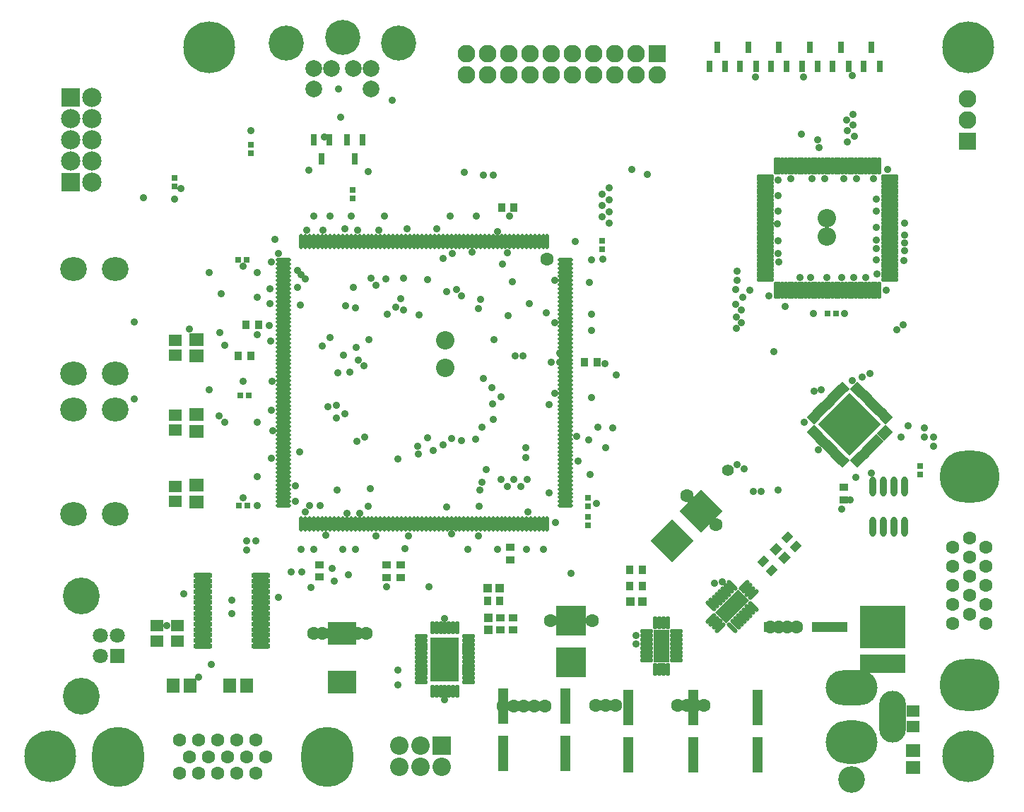
<source format=gts>
%FSAX24Y24*%
%MOIN*%
G70*
G01*
G75*
G04 Layer_Color=8388736*
%ADD10C,0.0080*%
%ADD11C,0.0079*%
%ADD12R,0.0591X0.0551*%
%ADD13R,0.0551X0.0591*%
%ADD14O,0.0236X0.0866*%
%ADD15R,0.0394X0.1575*%
%ADD16R,0.1575X0.0394*%
%ADD17R,0.1299X0.0984*%
G04:AMPARAMS|DCode=18|XSize=8.7mil|YSize=74.8mil|CornerRadius=2.2mil|HoleSize=0mil|Usage=FLASHONLY|Rotation=90.000|XOffset=0mil|YOffset=0mil|HoleType=Round|Shape=RoundedRectangle|*
%AMROUNDEDRECTD18*
21,1,0.0087,0.0705,0,0,90.0*
21,1,0.0043,0.0748,0,0,90.0*
1,1,0.0043,0.0352,0.0022*
1,1,0.0043,0.0352,-0.0022*
1,1,0.0043,-0.0352,-0.0022*
1,1,0.0043,-0.0352,0.0022*
%
%ADD18ROUNDEDRECTD18*%
G04:AMPARAMS|DCode=19|XSize=8.7mil|YSize=74.8mil|CornerRadius=2.2mil|HoleSize=0mil|Usage=FLASHONLY|Rotation=180.000|XOffset=0mil|YOffset=0mil|HoleType=Round|Shape=RoundedRectangle|*
%AMROUNDEDRECTD19*
21,1,0.0087,0.0705,0,0,180.0*
21,1,0.0043,0.0748,0,0,180.0*
1,1,0.0043,-0.0022,0.0352*
1,1,0.0043,0.0022,0.0352*
1,1,0.0043,0.0022,-0.0352*
1,1,0.0043,-0.0022,-0.0352*
%
%ADD19ROUNDEDRECTD19*%
G04:AMPARAMS|DCode=20|XSize=133.9mil|YSize=135.8mil|CornerRadius=0mil|HoleSize=0mil|Usage=FLASHONLY|Rotation=135.000|XOffset=0mil|YOffset=0mil|HoleType=Round|Shape=Rectangle|*
%AMROTATEDRECTD20*
4,1,4,0.0953,0.0007,-0.0007,-0.0953,-0.0953,-0.0007,0.0007,0.0953,0.0953,0.0007,0.0*
%
%ADD20ROTATEDRECTD20*%

%ADD21R,0.1339X0.1358*%
%ADD22R,0.2047X0.0827*%
%ADD23R,0.2047X0.1969*%
G04:AMPARAMS|DCode=24|XSize=11.8mil|YSize=65mil|CornerRadius=3mil|HoleSize=0mil|Usage=FLASHONLY|Rotation=90.000|XOffset=0mil|YOffset=0mil|HoleType=Round|Shape=RoundedRectangle|*
%AMROUNDEDRECTD24*
21,1,0.0118,0.0591,0,0,90.0*
21,1,0.0059,0.0650,0,0,90.0*
1,1,0.0059,0.0295,0.0030*
1,1,0.0059,0.0295,-0.0030*
1,1,0.0059,-0.0295,-0.0030*
1,1,0.0059,-0.0295,0.0030*
%
%ADD24ROUNDEDRECTD24*%
G04:AMPARAMS|DCode=25|XSize=11.8mil|YSize=65mil|CornerRadius=3mil|HoleSize=0mil|Usage=FLASHONLY|Rotation=0.000|XOffset=0mil|YOffset=0mil|HoleType=Round|Shape=RoundedRectangle|*
%AMROUNDEDRECTD25*
21,1,0.0118,0.0591,0,0,0.0*
21,1,0.0059,0.0650,0,0,0.0*
1,1,0.0059,0.0030,-0.0295*
1,1,0.0059,-0.0030,-0.0295*
1,1,0.0059,-0.0030,0.0295*
1,1,0.0059,0.0030,0.0295*
%
%ADD25ROUNDEDRECTD25*%
%ADD26O,0.0827X0.0177*%
%ADD27R,0.1240X0.2028*%
%ADD28O,0.0118X0.0551*%
%ADD29O,0.0551X0.0118*%
G04:AMPARAMS|DCode=30|XSize=65mil|YSize=143.7mil|CornerRadius=0mil|HoleSize=0mil|Usage=FLASHONLY|Rotation=315.000|XOffset=0mil|YOffset=0mil|HoleType=Round|Shape=Rectangle|*
%AMROTATEDRECTD30*
4,1,4,-0.0738,-0.0278,0.0278,0.0738,0.0738,0.0278,-0.0278,-0.0738,-0.0738,-0.0278,0.0*
%
%ADD30ROTATEDRECTD30*%

G04:AMPARAMS|DCode=31|XSize=11.8mil|YSize=55.1mil|CornerRadius=0mil|HoleSize=0mil|Usage=FLASHONLY|Rotation=315.000|XOffset=0mil|YOffset=0mil|HoleType=Round|Shape=Round|*
%AMOVALD31*
21,1,0.0433,0.0118,0.0000,0.0000,45.0*
1,1,0.0118,-0.0153,-0.0153*
1,1,0.0118,0.0153,0.0153*
%
%ADD31OVALD31*%

G04:AMPARAMS|DCode=32|XSize=11.8mil|YSize=55.1mil|CornerRadius=0mil|HoleSize=0mil|Usage=FLASHONLY|Rotation=45.000|XOffset=0mil|YOffset=0mil|HoleType=Round|Shape=Round|*
%AMOVALD32*
21,1,0.0433,0.0118,0.0000,0.0000,135.0*
1,1,0.0118,0.0153,-0.0153*
1,1,0.0118,-0.0153,0.0153*
%
%ADD32OVALD32*%

%ADD33R,0.0650X0.1437*%
%ADD34R,0.0197X0.0236*%
%ADD35R,0.0236X0.0197*%
%ADD36R,0.0354X0.0276*%
%ADD37R,0.0276X0.0354*%
%ADD38R,0.0354X0.0315*%
%ADD39R,0.0315X0.0354*%
G04:AMPARAMS|DCode=40|XSize=35.4mil|YSize=31.5mil|CornerRadius=0mil|HoleSize=0mil|Usage=FLASHONLY|Rotation=225.000|XOffset=0mil|YOffset=0mil|HoleType=Round|Shape=Rectangle|*
%AMROTATEDRECTD40*
4,1,4,0.0014,0.0237,0.0237,0.0014,-0.0014,-0.0237,-0.0237,-0.0014,0.0014,0.0237,0.0*
%
%ADD40ROTATEDRECTD40*%

%ADD41R,0.0551X0.0472*%
G04:AMPARAMS|DCode=42|XSize=35.4mil|YSize=27.6mil|CornerRadius=0mil|HoleSize=0mil|Usage=FLASHONLY|Rotation=45.000|XOffset=0mil|YOffset=0mil|HoleType=Round|Shape=Rectangle|*
%AMROTATEDRECTD42*
4,1,4,-0.0028,-0.0223,-0.0223,-0.0028,0.0028,0.0223,0.0223,0.0028,-0.0028,-0.0223,0.0*
%
%ADD42ROTATEDRECTD42*%

%ADD43P,0.2840X4X270.0*%
G04:AMPARAMS|DCode=44|XSize=11.8mil|YSize=39.4mil|CornerRadius=0mil|HoleSize=0mil|Usage=FLASHONLY|Rotation=225.000|XOffset=0mil|YOffset=0mil|HoleType=Round|Shape=Rectangle|*
%AMROTATEDRECTD44*
4,1,4,-0.0097,0.0181,0.0181,-0.0097,0.0097,-0.0181,-0.0181,0.0097,-0.0097,0.0181,0.0*
%
%ADD44ROTATEDRECTD44*%

G04:AMPARAMS|DCode=45|XSize=11.8mil|YSize=39.4mil|CornerRadius=0mil|HoleSize=0mil|Usage=FLASHONLY|Rotation=315.000|XOffset=0mil|YOffset=0mil|HoleType=Round|Shape=Rectangle|*
%AMROTATEDRECTD45*
4,1,4,-0.0181,-0.0097,0.0097,0.0181,0.0181,0.0097,-0.0097,-0.0181,-0.0181,-0.0097,0.0*
%
%ADD45ROTATEDRECTD45*%

%ADD46R,0.0236X0.0453*%
%ADD47C,0.0118*%
%ADD48C,0.0197*%
%ADD49C,0.0110*%
%ADD50C,0.0315*%
%ADD51C,0.0236*%
%ADD52C,0.0551*%
%ADD53C,0.0157*%
%ADD54C,0.0276*%
%ADD55C,0.0100*%
%ADD56C,0.0709*%
%ADD57C,0.0787*%
%ADD58C,0.0472*%
%ADD59C,0.0512*%
%ADD60C,0.0827*%
%ADD61C,0.0120*%
%ADD62R,0.3858X0.3858*%
%ADD63O,0.2362X0.2756*%
%ADD64C,0.0551*%
%ADD65O,0.2756X0.2362*%
%ADD66O,0.1181X0.1024*%
%ADD67R,0.0827X0.0827*%
%ADD68C,0.0827*%
%ADD69C,0.0709*%
%ADD70C,0.1575*%
%ADD71C,0.1181*%
%ADD72O,0.2362X0.1969*%
%ADD73O,0.2362X0.1575*%
%ADD74O,0.1181X0.2362*%
%ADD75C,0.0748*%
%ADD76R,0.0748X0.0748*%
%ADD77R,0.0748X0.0748*%
%ADD78R,0.0787X0.0787*%
%ADD79C,0.0787*%
%ADD80C,0.2362*%
%ADD81C,0.1654*%
%ADD82C,0.0630*%
%ADD83R,0.0630X0.0630*%
%ADD84C,0.0280*%
%ADD85C,0.0472*%
%ADD86C,0.0079*%
G04:AMPARAMS|DCode=87|XSize=16.5mil|YSize=65mil|CornerRadius=4.1mil|HoleSize=0mil|Usage=FLASHONLY|Rotation=45.000|XOffset=0mil|YOffset=0mil|HoleType=Round|Shape=RoundedRectangle|*
%AMROUNDEDRECTD87*
21,1,0.0165,0.0567,0,0,45.0*
21,1,0.0083,0.0650,0,0,45.0*
1,1,0.0083,0.0230,-0.0171*
1,1,0.0083,0.0171,-0.0230*
1,1,0.0083,-0.0230,0.0171*
1,1,0.0083,-0.0171,0.0230*
%
%ADD87ROUNDEDRECTD87*%
G04:AMPARAMS|DCode=88|XSize=16.5mil|YSize=65mil|CornerRadius=4.1mil|HoleSize=0mil|Usage=FLASHONLY|Rotation=315.000|XOffset=0mil|YOffset=0mil|HoleType=Round|Shape=RoundedRectangle|*
%AMROUNDEDRECTD88*
21,1,0.0165,0.0567,0,0,315.0*
21,1,0.0083,0.0650,0,0,315.0*
1,1,0.0083,-0.0171,-0.0230*
1,1,0.0083,-0.0230,-0.0171*
1,1,0.0083,0.0171,0.0230*
1,1,0.0083,0.0230,0.0171*
%
%ADD88ROUNDEDRECTD88*%
G04:AMPARAMS|DCode=89|XSize=19.7mil|YSize=23.6mil|CornerRadius=0mil|HoleSize=0mil|Usage=FLASHONLY|Rotation=315.000|XOffset=0mil|YOffset=0mil|HoleType=Round|Shape=Rectangle|*
%AMROTATEDRECTD89*
4,1,4,-0.0153,-0.0014,0.0014,0.0153,0.0153,0.0014,-0.0014,-0.0153,-0.0153,-0.0014,0.0*
%
%ADD89ROTATEDRECTD89*%

%ADD90R,0.0433X0.0669*%
G04:AMPARAMS|DCode=91|XSize=66.9mil|YSize=43.3mil|CornerRadius=0mil|HoleSize=0mil|Usage=FLASHONLY|Rotation=225.000|XOffset=0mil|YOffset=0mil|HoleType=Round|Shape=Rectangle|*
%AMROTATEDRECTD91*
4,1,4,0.0084,0.0390,0.0390,0.0084,-0.0084,-0.0390,-0.0390,-0.0084,0.0084,0.0390,0.0*
%
%ADD91ROTATEDRECTD91*%

%ADD92R,0.0669X0.0433*%
G04:AMPARAMS|DCode=93|XSize=66.9mil|YSize=43.3mil|CornerRadius=0mil|HoleSize=0mil|Usage=FLASHONLY|Rotation=135.000|XOffset=0mil|YOffset=0mil|HoleType=Round|Shape=Rectangle|*
%AMROTATEDRECTD93*
4,1,4,0.0390,-0.0084,0.0084,-0.0390,-0.0390,0.0084,-0.0084,0.0390,0.0390,-0.0084,0.0*
%
%ADD93ROTATEDRECTD93*%

%ADD94O,0.0984X0.0295*%
%ADD95R,0.0630X0.0512*%
G04:AMPARAMS|DCode=96|XSize=49.2mil|YSize=33.5mil|CornerRadius=0mil|HoleSize=0mil|Usage=FLASHONLY|Rotation=135.000|XOffset=0mil|YOffset=0mil|HoleType=Round|Shape=Rectangle|*
%AMROTATEDRECTD96*
4,1,4,0.0292,-0.0056,0.0056,-0.0292,-0.0292,0.0056,-0.0056,0.0292,0.0292,-0.0056,0.0*
%
%ADD96ROTATEDRECTD96*%

G04:AMPARAMS|DCode=97|XSize=19.7mil|YSize=23.6mil|CornerRadius=0mil|HoleSize=0mil|Usage=FLASHONLY|Rotation=225.000|XOffset=0mil|YOffset=0mil|HoleType=Round|Shape=Rectangle|*
%AMROTATEDRECTD97*
4,1,4,-0.0014,0.0153,0.0153,-0.0014,0.0014,-0.0153,-0.0153,0.0014,-0.0014,0.0153,0.0*
%
%ADD97ROTATEDRECTD97*%

%ADD98R,0.0433X0.0551*%
%ADD99R,0.0551X0.0433*%
%ADD100R,0.0453X0.0236*%
%ADD101C,0.0394*%
%ADD102C,0.0433*%
%ADD103C,0.0630*%
%ADD104C,0.0984*%
%ADD105C,0.1575*%
%ADD106C,0.1181*%
%ADD107C,0.0098*%
%ADD108C,0.0010*%
%ADD109R,0.0671X0.0631*%
%ADD110R,0.0631X0.0671*%
%ADD111O,0.0316X0.0946*%
%ADD112R,0.0474X0.1655*%
%ADD113R,0.1655X0.0474*%
%ADD114R,0.1379X0.1064*%
G04:AMPARAMS|DCode=115|XSize=16.7mil|YSize=82.8mil|CornerRadius=6.2mil|HoleSize=0mil|Usage=FLASHONLY|Rotation=90.000|XOffset=0mil|YOffset=0mil|HoleType=Round|Shape=RoundedRectangle|*
%AMROUNDEDRECTD115*
21,1,0.0167,0.0705,0,0,90.0*
21,1,0.0043,0.0828,0,0,90.0*
1,1,0.0123,0.0352,0.0022*
1,1,0.0123,0.0352,-0.0022*
1,1,0.0123,-0.0352,-0.0022*
1,1,0.0123,-0.0352,0.0022*
%
%ADD115ROUNDEDRECTD115*%
G04:AMPARAMS|DCode=116|XSize=16.7mil|YSize=82.8mil|CornerRadius=6.2mil|HoleSize=0mil|Usage=FLASHONLY|Rotation=180.000|XOffset=0mil|YOffset=0mil|HoleType=Round|Shape=RoundedRectangle|*
%AMROUNDEDRECTD116*
21,1,0.0167,0.0705,0,0,180.0*
21,1,0.0043,0.0828,0,0,180.0*
1,1,0.0123,-0.0022,0.0352*
1,1,0.0123,0.0022,0.0352*
1,1,0.0123,0.0022,-0.0352*
1,1,0.0123,-0.0022,-0.0352*
%
%ADD116ROUNDEDRECTD116*%
G04:AMPARAMS|DCode=117|XSize=141.9mil|YSize=143.8mil|CornerRadius=0mil|HoleSize=0mil|Usage=FLASHONLY|Rotation=135.000|XOffset=0mil|YOffset=0mil|HoleType=Round|Shape=Rectangle|*
%AMROTATEDRECTD117*
4,1,4,0.1010,0.0007,-0.0007,-0.1010,-0.1010,-0.0007,0.0007,0.1010,0.1010,0.0007,0.0*
%
%ADD117ROTATEDRECTD117*%

%ADD118R,0.1419X0.1438*%
%ADD119R,0.2127X0.0907*%
%ADD120R,0.2127X0.2049*%
G04:AMPARAMS|DCode=121|XSize=19.8mil|YSize=73mil|CornerRadius=7mil|HoleSize=0mil|Usage=FLASHONLY|Rotation=90.000|XOffset=0mil|YOffset=0mil|HoleType=Round|Shape=RoundedRectangle|*
%AMROUNDEDRECTD121*
21,1,0.0198,0.0591,0,0,90.0*
21,1,0.0059,0.0730,0,0,90.0*
1,1,0.0139,0.0295,0.0030*
1,1,0.0139,0.0295,-0.0030*
1,1,0.0139,-0.0295,-0.0030*
1,1,0.0139,-0.0295,0.0030*
%
%ADD121ROUNDEDRECTD121*%
G04:AMPARAMS|DCode=122|XSize=19.8mil|YSize=73mil|CornerRadius=7mil|HoleSize=0mil|Usage=FLASHONLY|Rotation=0.000|XOffset=0mil|YOffset=0mil|HoleType=Round|Shape=RoundedRectangle|*
%AMROUNDEDRECTD122*
21,1,0.0198,0.0591,0,0,0.0*
21,1,0.0059,0.0730,0,0,0.0*
1,1,0.0139,0.0030,-0.0295*
1,1,0.0139,-0.0030,-0.0295*
1,1,0.0139,-0.0030,0.0295*
1,1,0.0139,0.0030,0.0295*
%
%ADD122ROUNDEDRECTD122*%
%ADD123O,0.0907X0.0257*%
%ADD124R,0.1320X0.2108*%
%ADD125O,0.0198X0.0631*%
%ADD126O,0.0631X0.0198*%
G04:AMPARAMS|DCode=127|XSize=73mil|YSize=151.7mil|CornerRadius=0mil|HoleSize=0mil|Usage=FLASHONLY|Rotation=315.000|XOffset=0mil|YOffset=0mil|HoleType=Round|Shape=Rectangle|*
%AMROTATEDRECTD127*
4,1,4,-0.0794,-0.0278,0.0278,0.0794,0.0794,0.0278,-0.0278,-0.0794,-0.0794,-0.0278,0.0*
%
%ADD127ROTATEDRECTD127*%

G04:AMPARAMS|DCode=128|XSize=19.8mil|YSize=63.1mil|CornerRadius=0mil|HoleSize=0mil|Usage=FLASHONLY|Rotation=315.000|XOffset=0mil|YOffset=0mil|HoleType=Round|Shape=Round|*
%AMOVALD128*
21,1,0.0433,0.0198,0.0000,0.0000,45.0*
1,1,0.0198,-0.0153,-0.0153*
1,1,0.0198,0.0153,0.0153*
%
%ADD128OVALD128*%

G04:AMPARAMS|DCode=129|XSize=19.8mil|YSize=63.1mil|CornerRadius=0mil|HoleSize=0mil|Usage=FLASHONLY|Rotation=45.000|XOffset=0mil|YOffset=0mil|HoleType=Round|Shape=Round|*
%AMOVALD129*
21,1,0.0433,0.0198,0.0000,0.0000,135.0*
1,1,0.0198,0.0153,-0.0153*
1,1,0.0198,-0.0153,0.0153*
%
%ADD129OVALD129*%

%ADD130R,0.0730X0.1517*%
%ADD131R,0.0277X0.0316*%
%ADD132R,0.0316X0.0277*%
%ADD133R,0.0434X0.0356*%
%ADD134R,0.0356X0.0434*%
%ADD135R,0.0434X0.0395*%
%ADD136R,0.0395X0.0434*%
G04:AMPARAMS|DCode=137|XSize=43.4mil|YSize=39.5mil|CornerRadius=0mil|HoleSize=0mil|Usage=FLASHONLY|Rotation=225.000|XOffset=0mil|YOffset=0mil|HoleType=Round|Shape=Rectangle|*
%AMROTATEDRECTD137*
4,1,4,0.0014,0.0293,0.0293,0.0014,-0.0014,-0.0293,-0.0293,-0.0014,0.0014,0.0293,0.0*
%
%ADD137ROTATEDRECTD137*%

%ADD138R,0.0631X0.0552*%
G04:AMPARAMS|DCode=139|XSize=43.4mil|YSize=35.6mil|CornerRadius=0mil|HoleSize=0mil|Usage=FLASHONLY|Rotation=45.000|XOffset=0mil|YOffset=0mil|HoleType=Round|Shape=Rectangle|*
%AMROTATEDRECTD139*
4,1,4,-0.0028,-0.0279,-0.0279,-0.0028,0.0028,0.0279,0.0279,0.0028,-0.0028,-0.0279,0.0*
%
%ADD139ROTATEDRECTD139*%

%ADD140P,0.2953X4X270.0*%
G04:AMPARAMS|DCode=141|XSize=19.8mil|YSize=47.4mil|CornerRadius=0mil|HoleSize=0mil|Usage=FLASHONLY|Rotation=225.000|XOffset=0mil|YOffset=0mil|HoleType=Round|Shape=Rectangle|*
%AMROTATEDRECTD141*
4,1,4,-0.0097,0.0238,0.0238,-0.0097,0.0097,-0.0238,-0.0238,0.0097,-0.0097,0.0238,0.0*
%
%ADD141ROTATEDRECTD141*%

G04:AMPARAMS|DCode=142|XSize=19.8mil|YSize=47.4mil|CornerRadius=0mil|HoleSize=0mil|Usage=FLASHONLY|Rotation=315.000|XOffset=0mil|YOffset=0mil|HoleType=Round|Shape=Rectangle|*
%AMROTATEDRECTD142*
4,1,4,-0.0238,-0.0097,0.0097,0.0238,0.0238,0.0097,-0.0097,-0.0238,-0.0238,-0.0097,0.0*
%
%ADD142ROTATEDRECTD142*%

%ADD143R,0.0316X0.0533*%
%ADD144O,0.2442X0.2836*%
%ADD145C,0.0631*%
%ADD146O,0.2836X0.2442*%
%ADD147O,0.1261X0.1104*%
%ADD148R,0.0907X0.0907*%
%ADD149C,0.0907*%
%ADD150C,0.0789*%
%ADD151C,0.1655*%
%ADD152C,0.1261*%
%ADD153O,0.2442X0.2049*%
%ADD154O,0.2442X0.1655*%
%ADD155O,0.1261X0.2442*%
%ADD156C,0.0828*%
%ADD157R,0.0828X0.0828*%
%ADD158R,0.0828X0.0828*%
%ADD159R,0.0867X0.0867*%
%ADD160C,0.0867*%
%ADD161C,0.2442*%
%ADD162C,0.1734*%
%ADD163C,0.0710*%
%ADD164R,0.0710X0.0710*%
%ADD165C,0.0360*%
%ADD166C,0.0552*%
D109*
X052520Y011299D02*
D03*
Y012087D02*
D03*
X018701Y024606D02*
D03*
Y023819D02*
D03*
Y027953D02*
D03*
Y027165D02*
D03*
Y031496D02*
D03*
Y030709D02*
D03*
D110*
X021063Y015157D02*
D03*
X020276D02*
D03*
X018406D02*
D03*
X017618D02*
D03*
D111*
X052098Y024537D02*
D03*
X051598D02*
D03*
X051098D02*
D03*
X050598D02*
D03*
X052098Y022648D02*
D03*
X051598D02*
D03*
X051098D02*
D03*
X050598D02*
D03*
D112*
X036122Y011951D02*
D03*
Y014195D02*
D03*
X042126Y011870D02*
D03*
Y014114D02*
D03*
X039075Y011870D02*
D03*
Y014114D02*
D03*
X033169Y011951D02*
D03*
Y014195D02*
D03*
X045177Y011870D02*
D03*
Y014114D02*
D03*
D113*
X046319Y017913D02*
D03*
X048563D02*
D03*
D114*
X025569Y015311D02*
D03*
Y017634D02*
D03*
D115*
X045535Y034312D02*
D03*
Y034470D02*
D03*
Y034627D02*
D03*
Y034785D02*
D03*
Y034942D02*
D03*
Y035100D02*
D03*
Y035257D02*
D03*
Y035415D02*
D03*
Y035572D02*
D03*
Y035730D02*
D03*
Y035887D02*
D03*
Y036045D02*
D03*
Y036202D02*
D03*
Y036360D02*
D03*
Y036517D02*
D03*
Y036675D02*
D03*
Y036832D02*
D03*
Y036990D02*
D03*
Y037147D02*
D03*
Y037304D02*
D03*
Y037462D02*
D03*
Y037619D02*
D03*
Y037777D02*
D03*
Y037934D02*
D03*
Y038092D02*
D03*
Y038249D02*
D03*
Y038407D02*
D03*
Y038564D02*
D03*
Y038722D02*
D03*
Y038879D02*
D03*
Y039037D02*
D03*
Y039194D02*
D03*
X051402D02*
D03*
Y039037D02*
D03*
Y038879D02*
D03*
Y038722D02*
D03*
Y038564D02*
D03*
Y038407D02*
D03*
Y038249D02*
D03*
Y038092D02*
D03*
Y037934D02*
D03*
Y037777D02*
D03*
Y037619D02*
D03*
Y037462D02*
D03*
Y037304D02*
D03*
Y037147D02*
D03*
Y036990D02*
D03*
Y036832D02*
D03*
Y036675D02*
D03*
Y036517D02*
D03*
Y036360D02*
D03*
Y036202D02*
D03*
Y036045D02*
D03*
Y035887D02*
D03*
Y035730D02*
D03*
Y035572D02*
D03*
Y035415D02*
D03*
Y035257D02*
D03*
Y035100D02*
D03*
Y034942D02*
D03*
Y034785D02*
D03*
Y034627D02*
D03*
Y034470D02*
D03*
Y034312D02*
D03*
D116*
X046028Y039686D02*
D03*
X046185D02*
D03*
X046343D02*
D03*
X046500D02*
D03*
X046657D02*
D03*
X046815D02*
D03*
X046972D02*
D03*
X047130D02*
D03*
X047287D02*
D03*
X047445D02*
D03*
X047602D02*
D03*
X047760D02*
D03*
X047917D02*
D03*
X048075D02*
D03*
X048232D02*
D03*
X048390D02*
D03*
X048547D02*
D03*
X048705D02*
D03*
X048862D02*
D03*
X049020D02*
D03*
X049177D02*
D03*
X049335D02*
D03*
X049492D02*
D03*
X049650D02*
D03*
X049807D02*
D03*
X049965D02*
D03*
X050122D02*
D03*
X050280D02*
D03*
X050437D02*
D03*
X050594D02*
D03*
X050752D02*
D03*
X050909D02*
D03*
Y033820D02*
D03*
X050752D02*
D03*
X050594D02*
D03*
X050437D02*
D03*
X050280D02*
D03*
X050122D02*
D03*
X049965D02*
D03*
X049807D02*
D03*
X049650D02*
D03*
X049492D02*
D03*
X049335D02*
D03*
X049177D02*
D03*
X049020D02*
D03*
X048862D02*
D03*
X048705D02*
D03*
X048547D02*
D03*
X048390D02*
D03*
X048232D02*
D03*
X048075D02*
D03*
X047917D02*
D03*
X047760D02*
D03*
X047602D02*
D03*
X047445D02*
D03*
X047287D02*
D03*
X047130D02*
D03*
X046972D02*
D03*
X046815D02*
D03*
X046657D02*
D03*
X046500D02*
D03*
X046343D02*
D03*
X046185D02*
D03*
X046028D02*
D03*
D117*
X042517Y023386D02*
D03*
X041125Y021995D02*
D03*
D118*
X036388Y018209D02*
D03*
Y016240D02*
D03*
D119*
X051083Y016181D02*
D03*
D120*
Y017913D02*
D03*
D121*
X022795Y035256D02*
D03*
Y035059D02*
D03*
Y034862D02*
D03*
Y034665D02*
D03*
Y034469D02*
D03*
Y034272D02*
D03*
Y034075D02*
D03*
Y033878D02*
D03*
Y033681D02*
D03*
Y033484D02*
D03*
Y033287D02*
D03*
Y033091D02*
D03*
Y032894D02*
D03*
Y032697D02*
D03*
Y032500D02*
D03*
Y032303D02*
D03*
Y032106D02*
D03*
Y031909D02*
D03*
Y031713D02*
D03*
Y031516D02*
D03*
Y031319D02*
D03*
Y031122D02*
D03*
Y030925D02*
D03*
Y030728D02*
D03*
Y030531D02*
D03*
Y030335D02*
D03*
Y030138D02*
D03*
Y029941D02*
D03*
Y029744D02*
D03*
Y029547D02*
D03*
Y029350D02*
D03*
Y029154D02*
D03*
Y028957D02*
D03*
Y028760D02*
D03*
Y028563D02*
D03*
Y028366D02*
D03*
Y028169D02*
D03*
Y027972D02*
D03*
Y027776D02*
D03*
Y027579D02*
D03*
Y027382D02*
D03*
Y027185D02*
D03*
Y026988D02*
D03*
Y026791D02*
D03*
Y026594D02*
D03*
Y026398D02*
D03*
Y026201D02*
D03*
Y026004D02*
D03*
Y025807D02*
D03*
Y025610D02*
D03*
Y025413D02*
D03*
Y025217D02*
D03*
Y025020D02*
D03*
Y024823D02*
D03*
Y024626D02*
D03*
Y024429D02*
D03*
Y024232D02*
D03*
Y024035D02*
D03*
Y023839D02*
D03*
Y023642D02*
D03*
X036102D02*
D03*
Y023839D02*
D03*
Y024035D02*
D03*
Y024232D02*
D03*
Y024429D02*
D03*
Y024626D02*
D03*
Y024823D02*
D03*
Y025020D02*
D03*
Y025217D02*
D03*
Y025413D02*
D03*
Y025610D02*
D03*
Y025807D02*
D03*
Y026004D02*
D03*
Y026201D02*
D03*
Y026398D02*
D03*
Y026594D02*
D03*
Y026791D02*
D03*
Y026988D02*
D03*
Y027185D02*
D03*
Y027382D02*
D03*
Y027579D02*
D03*
Y027776D02*
D03*
Y027972D02*
D03*
Y028169D02*
D03*
Y028366D02*
D03*
Y028563D02*
D03*
Y028760D02*
D03*
Y028957D02*
D03*
Y029154D02*
D03*
Y029350D02*
D03*
Y029547D02*
D03*
Y029744D02*
D03*
Y029941D02*
D03*
Y030138D02*
D03*
Y030335D02*
D03*
Y030531D02*
D03*
Y030728D02*
D03*
Y030925D02*
D03*
Y031122D02*
D03*
Y031319D02*
D03*
Y031516D02*
D03*
Y031713D02*
D03*
Y031909D02*
D03*
Y032106D02*
D03*
Y032303D02*
D03*
Y032500D02*
D03*
Y032697D02*
D03*
Y032894D02*
D03*
Y033091D02*
D03*
Y033287D02*
D03*
Y033484D02*
D03*
Y033681D02*
D03*
Y033878D02*
D03*
Y034075D02*
D03*
Y034272D02*
D03*
Y034469D02*
D03*
Y034665D02*
D03*
Y034862D02*
D03*
Y035059D02*
D03*
Y035256D02*
D03*
D122*
X023642Y022795D02*
D03*
X023839D02*
D03*
X024035D02*
D03*
X024232D02*
D03*
X024429D02*
D03*
X024626D02*
D03*
X024823D02*
D03*
X025020D02*
D03*
X025217D02*
D03*
X025413D02*
D03*
X025610D02*
D03*
X025807D02*
D03*
X026004D02*
D03*
X026201D02*
D03*
X026398D02*
D03*
X026595D02*
D03*
X026791D02*
D03*
X026988D02*
D03*
X027185D02*
D03*
X027382D02*
D03*
X027579D02*
D03*
X027776D02*
D03*
X027972D02*
D03*
X028169D02*
D03*
X028366D02*
D03*
X028563D02*
D03*
X028760D02*
D03*
X028957D02*
D03*
X029154D02*
D03*
X029350D02*
D03*
X029547D02*
D03*
X029744D02*
D03*
X029941D02*
D03*
X030138D02*
D03*
X030335D02*
D03*
X030532D02*
D03*
X030728D02*
D03*
X030925D02*
D03*
X031122D02*
D03*
X031319D02*
D03*
X031516D02*
D03*
X031713D02*
D03*
X031909D02*
D03*
X032106D02*
D03*
X032303D02*
D03*
X032500D02*
D03*
X032697D02*
D03*
X032894D02*
D03*
X033091D02*
D03*
X033287D02*
D03*
X033484D02*
D03*
X033681D02*
D03*
X033878D02*
D03*
X034075D02*
D03*
X034272D02*
D03*
X034469D02*
D03*
X034665D02*
D03*
X034862D02*
D03*
X035059D02*
D03*
X035256D02*
D03*
Y036102D02*
D03*
X035059D02*
D03*
X034862D02*
D03*
X034665D02*
D03*
X034469D02*
D03*
X034272D02*
D03*
X034075D02*
D03*
X033878D02*
D03*
X033681D02*
D03*
X033484D02*
D03*
X033287D02*
D03*
X033091D02*
D03*
X032894D02*
D03*
X032697D02*
D03*
X032500D02*
D03*
X032303D02*
D03*
X032106D02*
D03*
X031909D02*
D03*
X031713D02*
D03*
X031516D02*
D03*
X031319D02*
D03*
X031122D02*
D03*
X030925D02*
D03*
X030728D02*
D03*
X030532D02*
D03*
X030335D02*
D03*
X030138D02*
D03*
X029941D02*
D03*
X029744D02*
D03*
X029547D02*
D03*
X029350D02*
D03*
X029154D02*
D03*
X028957D02*
D03*
X028760D02*
D03*
X028563D02*
D03*
X028366D02*
D03*
X028169D02*
D03*
X027972D02*
D03*
X027776D02*
D03*
X027579D02*
D03*
X027382D02*
D03*
X027185D02*
D03*
X026988D02*
D03*
X026791D02*
D03*
X026595D02*
D03*
X026398D02*
D03*
X026201D02*
D03*
X026004D02*
D03*
X025807D02*
D03*
X025610D02*
D03*
X025413D02*
D03*
X025217D02*
D03*
X025020D02*
D03*
X024823D02*
D03*
X024626D02*
D03*
X024429D02*
D03*
X024232D02*
D03*
X024035D02*
D03*
X023839D02*
D03*
X023642D02*
D03*
D123*
X019016Y020354D02*
D03*
Y020098D02*
D03*
Y019843D02*
D03*
Y019587D02*
D03*
Y019331D02*
D03*
Y019075D02*
D03*
Y018819D02*
D03*
Y018563D02*
D03*
Y018307D02*
D03*
Y018051D02*
D03*
Y017795D02*
D03*
Y017539D02*
D03*
Y017283D02*
D03*
Y017028D02*
D03*
X021732Y020354D02*
D03*
Y020098D02*
D03*
Y019843D02*
D03*
Y019587D02*
D03*
Y019331D02*
D03*
Y019075D02*
D03*
Y018819D02*
D03*
Y018563D02*
D03*
Y018307D02*
D03*
Y018051D02*
D03*
Y017795D02*
D03*
Y017539D02*
D03*
Y017283D02*
D03*
Y017028D02*
D03*
D124*
X030422Y016394D02*
D03*
D125*
X029831Y017890D02*
D03*
X030028D02*
D03*
X030225D02*
D03*
X030422D02*
D03*
X030618D02*
D03*
X030815D02*
D03*
X031012D02*
D03*
Y014898D02*
D03*
X030815D02*
D03*
X030618D02*
D03*
X030422D02*
D03*
X030225D02*
D03*
X030028D02*
D03*
X029831D02*
D03*
X040344Y018130D02*
D03*
X040541D02*
D03*
X040738D02*
D03*
X040935D02*
D03*
Y015925D02*
D03*
X040738D02*
D03*
X040541D02*
D03*
X040344D02*
D03*
D126*
X031524Y017477D02*
D03*
Y017280D02*
D03*
Y017083D02*
D03*
Y016886D02*
D03*
Y016689D02*
D03*
Y016492D02*
D03*
Y016296D02*
D03*
Y016099D02*
D03*
Y015902D02*
D03*
Y015705D02*
D03*
Y015508D02*
D03*
Y015311D02*
D03*
X029319D02*
D03*
Y015508D02*
D03*
Y015705D02*
D03*
Y015902D02*
D03*
Y016099D02*
D03*
Y016296D02*
D03*
Y016492D02*
D03*
Y016689D02*
D03*
Y016886D02*
D03*
Y017083D02*
D03*
Y017280D02*
D03*
Y017477D02*
D03*
X041348Y017717D02*
D03*
Y017520D02*
D03*
Y017323D02*
D03*
Y017126D02*
D03*
Y016929D02*
D03*
Y016732D02*
D03*
Y016535D02*
D03*
Y016339D02*
D03*
X039931D02*
D03*
Y016535D02*
D03*
Y016732D02*
D03*
Y016929D02*
D03*
Y017126D02*
D03*
Y017323D02*
D03*
Y017520D02*
D03*
Y017717D02*
D03*
D127*
X043972Y018889D02*
D03*
D128*
X044543Y019877D02*
D03*
X044682Y019738D02*
D03*
X044821Y019598D02*
D03*
X044961Y019459D02*
D03*
X043402Y017900D02*
D03*
X043262Y018039D02*
D03*
X043123Y018179D02*
D03*
X042984Y018318D02*
D03*
D129*
X044961Y018875D02*
D03*
X044821Y018735D02*
D03*
X044682Y018596D02*
D03*
X044543Y018457D02*
D03*
X044404Y018318D02*
D03*
X044265Y018179D02*
D03*
X044125Y018039D02*
D03*
X043986Y017900D02*
D03*
X042984Y018902D02*
D03*
X043123Y019042D02*
D03*
X043262Y019181D02*
D03*
X043402Y019320D02*
D03*
X043541Y019459D02*
D03*
X043680Y019598D02*
D03*
X043819Y019738D02*
D03*
X043958Y019877D02*
D03*
D130*
X040640Y017028D02*
D03*
D131*
X026063Y038150D02*
D03*
Y038543D02*
D03*
X037165Y022726D02*
D03*
Y023120D02*
D03*
X052835Y025108D02*
D03*
X052835Y025502D02*
D03*
X017667Y039114D02*
D03*
X017667Y038720D02*
D03*
X021270Y040295D02*
D03*
Y040689D02*
D03*
X037165Y024006D02*
D03*
X037165Y023612D02*
D03*
X037835Y035748D02*
D03*
Y036142D02*
D03*
D132*
X021181Y028858D02*
D03*
X020787D02*
D03*
X048868Y032707D02*
D03*
X048474D02*
D03*
X021102Y023661D02*
D03*
X020709D02*
D03*
X021063Y035236D02*
D03*
X020669D02*
D03*
D133*
X024508Y020866D02*
D03*
Y020276D02*
D03*
X028346Y020846D02*
D03*
Y020256D02*
D03*
X027677D02*
D03*
Y020846D02*
D03*
X033504Y021083D02*
D03*
Y021673D02*
D03*
X049252Y023927D02*
D03*
X049252Y024518D02*
D03*
X033051Y018366D02*
D03*
X033051Y017776D02*
D03*
X033642Y017776D02*
D03*
X033642Y018366D02*
D03*
D134*
X033681Y037717D02*
D03*
X033091D02*
D03*
X033023Y019157D02*
D03*
X032433D02*
D03*
X039744Y019852D02*
D03*
X039154Y019852D02*
D03*
X039154Y020610D02*
D03*
X039744Y020610D02*
D03*
X021624Y032175D02*
D03*
X021033D02*
D03*
X037608Y030433D02*
D03*
X037018D02*
D03*
X021260Y030709D02*
D03*
X020669D02*
D03*
D135*
X032461Y017795D02*
D03*
Y018346D02*
D03*
D136*
X033004Y019748D02*
D03*
X032453D02*
D03*
X039173Y019124D02*
D03*
X039724D02*
D03*
D137*
X046053Y021586D02*
D03*
X046442Y021196D02*
D03*
D138*
X017717Y030748D02*
D03*
Y031457D02*
D03*
Y027205D02*
D03*
Y027913D02*
D03*
X017717Y024567D02*
D03*
Y023858D02*
D03*
X016831Y017972D02*
D03*
Y017264D02*
D03*
X017815Y017972D02*
D03*
Y017264D02*
D03*
X052520Y013228D02*
D03*
Y013937D02*
D03*
D139*
X045845Y020587D02*
D03*
X045428Y021004D02*
D03*
X046563Y022138D02*
D03*
X046980Y021720D02*
D03*
D140*
X049518Y027470D02*
D03*
D141*
X051306Y027213D02*
D03*
X051167Y027074D02*
D03*
X051028Y026935D02*
D03*
X050889Y026795D02*
D03*
X050750Y026656D02*
D03*
X050610Y026517D02*
D03*
X050471Y026378D02*
D03*
X050332Y026239D02*
D03*
X050193Y026099D02*
D03*
X050054Y025960D02*
D03*
X049914Y025821D02*
D03*
X049775Y025682D02*
D03*
X047729Y027728D02*
D03*
X047868Y027867D02*
D03*
X048007Y028006D02*
D03*
X048147Y028146D02*
D03*
X048286Y028285D02*
D03*
X048425Y028424D02*
D03*
X048564Y028563D02*
D03*
X048703Y028702D02*
D03*
X048843Y028842D02*
D03*
X048982Y028981D02*
D03*
X049121Y029120D02*
D03*
X049260Y029259D02*
D03*
D142*
Y025682D02*
D03*
X049121Y025821D02*
D03*
X048982Y025960D02*
D03*
X048843Y026099D02*
D03*
X048703Y026239D02*
D03*
X048564Y026378D02*
D03*
X048425Y026517D02*
D03*
X048286Y026656D02*
D03*
X048147Y026795D02*
D03*
X048007Y026935D02*
D03*
X047868Y027074D02*
D03*
X047729Y027213D02*
D03*
X049775Y029259D02*
D03*
X049914Y029120D02*
D03*
X051167Y027867D02*
D03*
X051306Y027728D02*
D03*
X051028Y028006D02*
D03*
X050471Y028563D02*
D03*
X050332Y028702D02*
D03*
X050193Y028842D02*
D03*
X050054Y028981D02*
D03*
X050610Y028424D02*
D03*
X050750Y028285D02*
D03*
X050889Y028146D02*
D03*
D143*
X043268Y045285D02*
D03*
X043642Y044400D02*
D03*
X042894D02*
D03*
X024606Y040030D02*
D03*
X024232Y040915D02*
D03*
X024980D02*
D03*
X026555D02*
D03*
X025807D02*
D03*
X026181Y040030D02*
D03*
X044724Y045285D02*
D03*
X045098Y044400D02*
D03*
X044350D02*
D03*
X046181Y045285D02*
D03*
X046555Y044400D02*
D03*
X045807D02*
D03*
X047638Y045285D02*
D03*
X048012Y044400D02*
D03*
X047264D02*
D03*
X049094Y045285D02*
D03*
X049468Y044400D02*
D03*
X048720D02*
D03*
X050551Y045285D02*
D03*
X050925Y044400D02*
D03*
X050177D02*
D03*
D144*
X024860Y011795D02*
D03*
X015022D02*
D03*
D145*
X017912Y012575D02*
D03*
X018814D02*
D03*
X019716D02*
D03*
X020617D02*
D03*
X021519D02*
D03*
X021969Y011795D02*
D03*
X021068D02*
D03*
X020166D02*
D03*
X019265D02*
D03*
X018363D02*
D03*
X017912Y011016D02*
D03*
X018814D02*
D03*
X019716D02*
D03*
X020617D02*
D03*
X021519D02*
D03*
X054384Y018070D02*
D03*
Y018971D02*
D03*
Y019873D02*
D03*
Y020775D02*
D03*
Y021676D02*
D03*
X055163Y022127D02*
D03*
Y021225D02*
D03*
Y020324D02*
D03*
Y019422D02*
D03*
Y018521D02*
D03*
X055943Y018070D02*
D03*
Y018971D02*
D03*
Y019873D02*
D03*
Y020775D02*
D03*
Y021676D02*
D03*
X033661Y014195D02*
D03*
X034154D02*
D03*
X034646D02*
D03*
X035138D02*
D03*
X037992Y014213D02*
D03*
X037530D02*
D03*
X041417D02*
D03*
X041824D02*
D03*
X042231D02*
D03*
X035236Y035276D02*
D03*
X038484Y014213D02*
D03*
X035404Y018209D02*
D03*
X033169Y014195D02*
D03*
X024240Y017615D02*
D03*
X025067D02*
D03*
X026721Y017615D02*
D03*
X026307Y017615D02*
D03*
X025481D02*
D03*
X037372Y018209D02*
D03*
X036388D02*
D03*
X041828Y024131D02*
D03*
X042524Y023435D02*
D03*
X043220Y022739D02*
D03*
X042872Y023087D02*
D03*
X042638Y014213D02*
D03*
X042176Y023783D02*
D03*
X024654Y017615D02*
D03*
X025894D02*
D03*
X045787Y017913D02*
D03*
X046181D02*
D03*
X046575D02*
D03*
X047008D02*
D03*
D146*
X055163Y025018D02*
D03*
Y015179D02*
D03*
D147*
X014882Y028187D02*
D03*
X012913D02*
D03*
Y023266D02*
D03*
X014882D02*
D03*
X014882Y034802D02*
D03*
X012913D02*
D03*
Y029880D02*
D03*
X014882D02*
D03*
D148*
X012787Y038906D02*
D03*
Y042906D02*
D03*
D149*
Y039906D02*
D03*
Y040906D02*
D03*
Y041906D02*
D03*
X013787Y038906D02*
D03*
Y039906D02*
D03*
Y040906D02*
D03*
Y041906D02*
D03*
Y042906D02*
D03*
D150*
X026929Y043307D02*
D03*
X026102Y044291D02*
D03*
X024252D02*
D03*
Y043307D02*
D03*
X025079Y044291D02*
D03*
X026929D02*
D03*
D151*
X025591Y045768D02*
D03*
X022933Y045472D02*
D03*
X028248D02*
D03*
D152*
X049616Y010728D02*
D03*
D153*
Y012500D02*
D03*
D154*
Y015039D02*
D03*
D155*
X051545Y013701D02*
D03*
D156*
X031453Y043980D02*
D03*
X032453D02*
D03*
X033453D02*
D03*
X034453D02*
D03*
X035453D02*
D03*
X036453D02*
D03*
X037453D02*
D03*
X038453D02*
D03*
X039453D02*
D03*
X040453D02*
D03*
X031453Y044980D02*
D03*
X032453D02*
D03*
X033453D02*
D03*
X034453D02*
D03*
X035453D02*
D03*
X036453D02*
D03*
X037453D02*
D03*
X038453D02*
D03*
X039453D02*
D03*
X055079Y042866D02*
D03*
Y041866D02*
D03*
D157*
X040453Y044980D02*
D03*
D158*
X055079Y040866D02*
D03*
D159*
X030276Y012323D02*
D03*
D160*
X029276D02*
D03*
X028276D02*
D03*
X030276Y011323D02*
D03*
X029276D02*
D03*
X028276D02*
D03*
X030433Y030148D02*
D03*
Y031457D02*
D03*
X048429Y037226D02*
D03*
Y036340D02*
D03*
D161*
X055118Y045276D02*
D03*
Y011811D02*
D03*
X011811D02*
D03*
X019291Y045276D02*
D03*
D162*
X013268Y014657D02*
D03*
Y019398D02*
D03*
D163*
X014173Y017520D02*
D03*
Y016535D02*
D03*
X014961Y017520D02*
D03*
D164*
Y016535D02*
D03*
D165*
X049656Y043937D02*
D03*
X047343Y043898D02*
D03*
X045079D02*
D03*
X045947Y030907D02*
D03*
X044813Y033819D02*
D03*
X044213Y034724D02*
D03*
X044124Y033858D02*
D03*
X044461Y033496D02*
D03*
X044401Y032885D02*
D03*
X044418Y032292D02*
D03*
X048077Y040547D02*
D03*
X047992Y040906D02*
D03*
X044205Y025577D02*
D03*
X044530Y025395D02*
D03*
X029685Y019803D02*
D03*
X025502Y041978D02*
D03*
X039449Y017126D02*
D03*
Y017520D02*
D03*
X051293Y039510D02*
D03*
X049547Y023927D02*
D03*
X049124Y023494D02*
D03*
X050537Y025198D02*
D03*
X048042Y026289D02*
D03*
X046152Y024390D02*
D03*
X041378Y017215D02*
D03*
X031395Y016775D02*
D03*
X031409Y015787D02*
D03*
X032461Y017795D02*
D03*
X030423Y018327D02*
D03*
X030422Y014480D02*
D03*
X032018Y032943D02*
D03*
X033400Y032625D02*
D03*
X052119Y036427D02*
D03*
X052067Y035226D02*
D03*
X050779Y035797D02*
D03*
X051225Y033820D02*
D03*
X052119Y035681D02*
D03*
X051734Y031951D02*
D03*
X052047Y032185D02*
D03*
X050111Y029726D02*
D03*
X025394Y043307D02*
D03*
X038348Y027314D02*
D03*
X023366Y023839D02*
D03*
X023839Y023366D02*
D03*
X022569Y035541D02*
D03*
X022234Y035157D02*
D03*
X022421Y036220D02*
D03*
X022175Y033199D02*
D03*
X022175Y033878D02*
D03*
X022205Y031417D02*
D03*
X031713Y035624D02*
D03*
X027295Y036665D02*
D03*
X025719Y036703D02*
D03*
X023896Y036646D02*
D03*
X024683D02*
D03*
X028638Y036705D02*
D03*
X030026Y036711D02*
D03*
X030778Y035551D02*
D03*
X033376Y035571D02*
D03*
X035610Y032293D02*
D03*
X035620Y034272D02*
D03*
X036152Y030837D02*
D03*
Y030423D02*
D03*
X035848Y030425D02*
D03*
Y030838D02*
D03*
X035622Y028958D02*
D03*
X035354Y028425D02*
D03*
X037648Y027343D02*
D03*
X036634Y026909D02*
D03*
X036703Y025738D02*
D03*
X037266Y025109D02*
D03*
X034332Y023348D02*
D03*
X032008Y022234D02*
D03*
X027186Y022206D02*
D03*
X026398Y023278D02*
D03*
X032077Y024386D02*
D03*
X025335Y024390D02*
D03*
X025807Y023278D02*
D03*
X024055Y023661D02*
D03*
X023366Y024587D02*
D03*
X022275Y029506D02*
D03*
X026301Y036646D02*
D03*
X026004Y037313D02*
D03*
X023465Y034744D02*
D03*
X023642Y034547D02*
D03*
X023829Y034360D02*
D03*
X023467Y033953D02*
D03*
X023622Y033110D02*
D03*
X021585Y034665D02*
D03*
Y033484D02*
D03*
X020912Y034954D02*
D03*
X022244Y025881D02*
D03*
X019291Y029134D02*
D03*
X022244Y028150D02*
D03*
X023563Y026201D02*
D03*
X030332Y035309D02*
D03*
X033150Y035039D02*
D03*
X035197Y032756D02*
D03*
X035433Y030433D02*
D03*
X034409Y033189D02*
D03*
X030512Y033740D02*
D03*
X026644Y026900D02*
D03*
X028110Y033031D02*
D03*
X025738Y033091D02*
D03*
X026102Y033957D02*
D03*
X026890Y024449D02*
D03*
X026339Y030512D02*
D03*
X025630Y030748D02*
D03*
X025945Y029961D02*
D03*
X026614Y030236D02*
D03*
X027717Y032677D02*
D03*
X029606Y026850D02*
D03*
X029134Y026457D02*
D03*
X032165Y027362D02*
D03*
X032362Y025354D02*
D03*
X031220Y026732D02*
D03*
X030748Y026811D02*
D03*
X031882Y026776D02*
D03*
X026250Y031132D02*
D03*
X026841Y031486D02*
D03*
X024528Y023661D02*
D03*
X026811Y023622D02*
D03*
X030512Y023583D02*
D03*
X032037Y023604D02*
D03*
X033063Y024872D02*
D03*
X037205Y026762D02*
D03*
X037561Y023751D02*
D03*
X035640Y022845D02*
D03*
X034272Y021594D02*
D03*
X035059D02*
D03*
X034299Y024872D02*
D03*
X032697Y027726D02*
D03*
X032667Y028435D02*
D03*
X025699Y027982D02*
D03*
X025310Y028397D02*
D03*
X024906Y028308D02*
D03*
X032244Y029646D02*
D03*
X029173Y026097D02*
D03*
X030335Y026526D02*
D03*
X025004Y031576D02*
D03*
X029217Y032639D02*
D03*
X030989Y033850D02*
D03*
X031211Y033553D02*
D03*
X032101Y033378D02*
D03*
X033597Y034224D02*
D03*
X034227Y025907D02*
D03*
Y026399D02*
D03*
X033990Y024563D02*
D03*
X033372D02*
D03*
X033681Y024872D02*
D03*
X032178Y024748D02*
D03*
X025388Y029903D02*
D03*
X025315Y027776D02*
D03*
X026270Y026673D02*
D03*
X028194Y025838D02*
D03*
X029862Y026260D02*
D03*
X024640Y031183D02*
D03*
X027185Y034065D02*
D03*
X026201Y032982D02*
D03*
X027638Y034350D02*
D03*
X026939Y034370D02*
D03*
X028465Y034380D02*
D03*
X028465Y032884D02*
D03*
X028327Y033406D02*
D03*
X029591Y034332D02*
D03*
X033081Y028799D02*
D03*
X032628Y029213D02*
D03*
X033724Y030725D02*
D03*
X034119Y030710D02*
D03*
X032731Y031478D02*
D03*
X022313Y027185D02*
D03*
X035354Y024252D02*
D03*
X015768Y028691D02*
D03*
X017984Y038629D02*
D03*
X037992Y026378D02*
D03*
X038494Y029813D02*
D03*
X037965Y030362D02*
D03*
X036388Y020443D02*
D03*
X044784Y018642D02*
D03*
X044636Y018495D02*
D03*
X041388Y017431D02*
D03*
X037874Y035276D02*
D03*
X020905Y024016D02*
D03*
X027677Y019803D02*
D03*
X024114Y019783D02*
D03*
X038184Y036979D02*
D03*
X037854Y037283D02*
D03*
Y037825D02*
D03*
Y038366D02*
D03*
X037333Y035266D02*
D03*
X031329Y039370D02*
D03*
X032244Y039252D02*
D03*
X032717D02*
D03*
X025886Y020374D02*
D03*
X025098Y020669D02*
D03*
X025197Y020079D02*
D03*
X018799Y015551D02*
D03*
X019390Y016142D02*
D03*
X020374Y019193D02*
D03*
X018110Y019488D02*
D03*
X017323Y017972D02*
D03*
X016211Y038179D02*
D03*
X019291Y034646D02*
D03*
X019882Y033661D02*
D03*
X021585Y031713D02*
D03*
X030728Y022317D02*
D03*
X031416Y016017D02*
D03*
X031395Y016998D02*
D03*
X029437Y015804D02*
D03*
X029437Y016985D02*
D03*
X037224Y034183D02*
D03*
X031516Y021594D02*
D03*
X024803Y022244D02*
D03*
X023642Y021594D02*
D03*
X039961Y039272D02*
D03*
X037333Y032697D02*
D03*
Y031909D02*
D03*
X030661Y037315D02*
D03*
X031909Y037313D02*
D03*
X036575Y036102D02*
D03*
X039242Y039528D02*
D03*
X050789Y036180D02*
D03*
Y036781D02*
D03*
X046143Y038297D02*
D03*
X047169Y034431D02*
D03*
X047659Y034428D02*
D03*
X026201Y021594D02*
D03*
X025610D02*
D03*
X024232D02*
D03*
X027579Y037313D02*
D03*
X024232D02*
D03*
X033484D02*
D03*
X021585Y027579D02*
D03*
Y025020D02*
D03*
Y023642D02*
D03*
X032894Y021594D02*
D03*
X025020Y037313D02*
D03*
X048338Y039074D02*
D03*
X049156Y034430D02*
D03*
X049706Y034428D02*
D03*
X046753Y039084D02*
D03*
X046133Y039015D02*
D03*
X046143Y037568D02*
D03*
X037333Y028760D02*
D03*
X046143Y035550D02*
D03*
Y036151D02*
D03*
X046123Y036968D02*
D03*
X046185Y035139D02*
D03*
X047737Y039074D02*
D03*
X050759Y037568D02*
D03*
X044213Y034291D02*
D03*
X044173Y032026D02*
D03*
X044134Y033150D02*
D03*
X044178Y032559D02*
D03*
X038184Y038087D02*
D03*
Y037533D02*
D03*
Y038642D02*
D03*
X017667Y038112D02*
D03*
X021270Y041362D02*
D03*
X040443Y018012D02*
D03*
X040817Y017579D02*
D03*
X040463D02*
D03*
Y017303D02*
D03*
X040817Y017303D02*
D03*
X040463Y017028D02*
D03*
X040817D02*
D03*
X040817Y016752D02*
D03*
X040817Y016476D02*
D03*
X040640Y016043D02*
D03*
X040463Y016752D02*
D03*
Y016476D02*
D03*
X044292Y018958D02*
D03*
X044042Y019209D02*
D03*
X044237Y019404D02*
D03*
X044487Y019153D02*
D03*
X043141Y019995D02*
D03*
X044529Y019724D02*
D03*
X043512Y020035D02*
D03*
X043457Y018624D02*
D03*
X043652Y018819D02*
D03*
X043708Y018374D02*
D03*
X043903Y018568D02*
D03*
X044098Y018763D02*
D03*
X043847Y019014D02*
D03*
X043276Y018193D02*
D03*
X019762Y027876D02*
D03*
X020039Y027598D02*
D03*
X020923Y029508D02*
D03*
X021069Y021974D02*
D03*
X021506D02*
D03*
X015787Y032323D02*
D03*
X017717Y030748D02*
D03*
X020039Y031220D02*
D03*
X019803Y031811D02*
D03*
X028543Y021614D02*
D03*
X022148Y032165D02*
D03*
X048426Y034418D02*
D03*
X021069Y021537D02*
D03*
X028711Y022224D02*
D03*
X045347Y024331D02*
D03*
X044980D02*
D03*
X030433Y017215D02*
D03*
X030079Y015561D02*
D03*
Y015837D02*
D03*
Y016112D02*
D03*
X030787Y015561D02*
D03*
X030433D02*
D03*
X030787Y015837D02*
D03*
X030433Y015837D02*
D03*
X030079Y016388D02*
D03*
Y016663D02*
D03*
Y016939D02*
D03*
Y017215D02*
D03*
X030433Y016112D02*
D03*
Y016388D02*
D03*
X030787Y016112D02*
D03*
X030787Y016388D02*
D03*
X030787Y016663D02*
D03*
X030433D02*
D03*
X030787Y016939D02*
D03*
X030433Y016939D02*
D03*
X030787Y017215D02*
D03*
X022559Y019331D02*
D03*
X023661Y020512D02*
D03*
X020374Y018543D02*
D03*
X023159Y020502D02*
D03*
X018386Y031969D02*
D03*
X027953Y042795D02*
D03*
X032894Y036594D02*
D03*
X050781Y038132D02*
D03*
X050808Y034576D02*
D03*
X050789Y035235D02*
D03*
X050287Y034428D02*
D03*
X049834Y039074D02*
D03*
X052119Y036990D02*
D03*
X049234Y039074D02*
D03*
X053482Y026455D02*
D03*
Y026892D02*
D03*
X045712Y033563D02*
D03*
X046476Y033051D02*
D03*
X053045Y026892D02*
D03*
X049679Y042126D02*
D03*
X049727Y041075D02*
D03*
X049419Y040809D02*
D03*
X047244Y041191D02*
D03*
X049382Y041862D02*
D03*
X049678Y041606D02*
D03*
X049412Y041341D02*
D03*
X050652Y039094D02*
D03*
X053045Y027329D02*
D03*
X050467Y029882D02*
D03*
X049646Y029567D02*
D03*
X052266Y027413D02*
D03*
X048189Y029124D02*
D03*
X047825Y029055D02*
D03*
X049272Y032726D02*
D03*
X047815Y032717D02*
D03*
X052119Y036055D02*
D03*
X049803Y025000D02*
D03*
X051929Y026890D02*
D03*
X047362Y027598D02*
D03*
X028205Y015882D02*
D03*
X028194Y015193D02*
D03*
X024724Y041063D02*
D03*
X026791Y039419D02*
D03*
X024016Y039488D02*
D03*
D166*
X043760Y025305D02*
D03*
M02*

</source>
